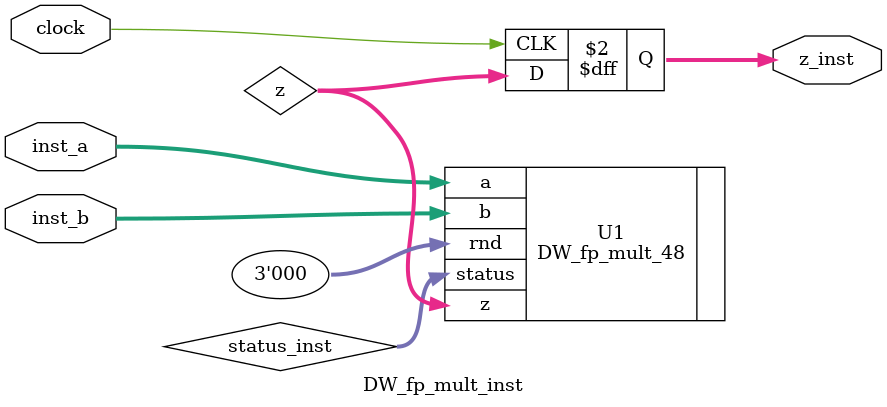
<source format=v>
module DW_fp_mult_inst( inst_a, inst_b,z_inst,clock);

parameter sig_width = 17;
parameter exp_width = 6;
parameter ieee_compliance = 1;

input clock;
input [sig_width+exp_width : 0] inst_a;
input [sig_width+exp_width: 0] inst_b;
//input [2 : 0] inst_rnd;
output reg [sig_width+exp_width: 0] z_inst;
wire [7 : 0] status_inst;
wire [sig_width+exp_width:0] z;
    // Instance of DW_fp_mult
    DW_fp_mult_48 #(sig_width, exp_width, ieee_compliance)
	  U1 ( .a(inst_a), .b(inst_b), .rnd(3'b000), .z(z), .status(status_inst) );

always@(posedge clock)
z_inst<=z;

endmodule

</source>
